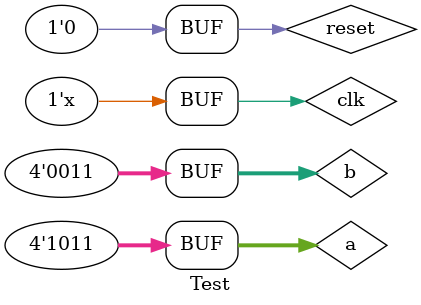
<source format=v>
`timescale 1ns / 1ps

module Test ();

  reg clk;
  reg reset;

  reg [3:0] a;
  reg [3:0] b;

  wire led_clk;
  wire led_en;
  wire led_do;

  wire seg_clk;
  wire seg_en;
  wire seg_do;

  Top top (
      .clk_p  (clk),
      .clk_n  (!clk),
      .reset_n(!reset),
      .a      (a),
      .b      (b),
      .led_clk(led_clk),
      .led_en (led_en),
      .led_do (led_do),
      .seg_clk(seg_clk),
      .seg_en (seg_en),
      .seg_do (seg_do)
  );

  initial begin
    clk = 0;
    reset = 0;
    a = 8'd1;
    b = 8'd2;
    #20 reset = 1;
    #20 reset = 0;

    // a = 1, b = 2, expected product = 2
    a = 8'd1;
    b = 8'd2;
    #1500;

    // a = 13, b = 9, expected product = 117
    a = 8'd13;
    b = 8'd9;
    #1500;

    // a = 15, b = 15, expected product = 225
    a = 8'd15;
    b = 8'd15;
    #1500;

    // a = 4, b = 0, expected product = 0
    a = 8'd4;
    b = 8'd0;
    #1500;

    // a = 11, b = 3, expected product = 33
    a = 8'd11;
    b = 8'd3;
  end

  always begin
    #10 clk = ~clk;
  end




endmodule

</source>
